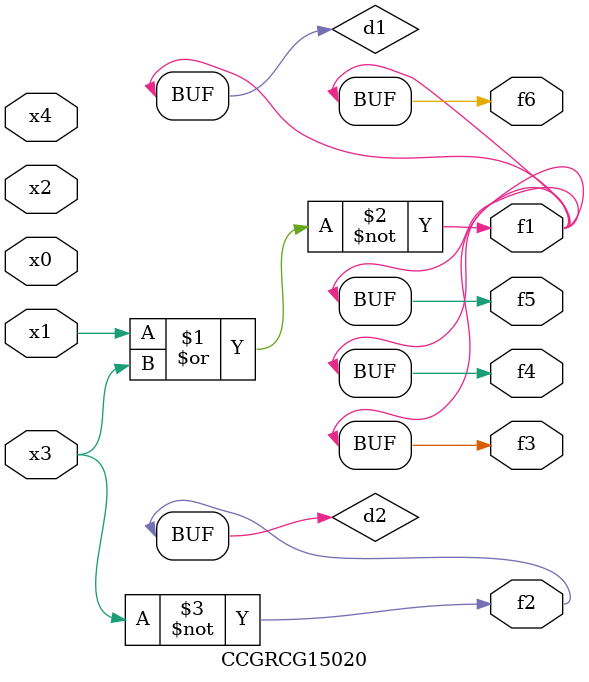
<source format=v>
module CCGRCG15020(
	input x0, x1, x2, x3, x4,
	output f1, f2, f3, f4, f5, f6
);

	wire d1, d2;

	nor (d1, x1, x3);
	not (d2, x3);
	assign f1 = d1;
	assign f2 = d2;
	assign f3 = d1;
	assign f4 = d1;
	assign f5 = d1;
	assign f6 = d1;
endmodule

</source>
